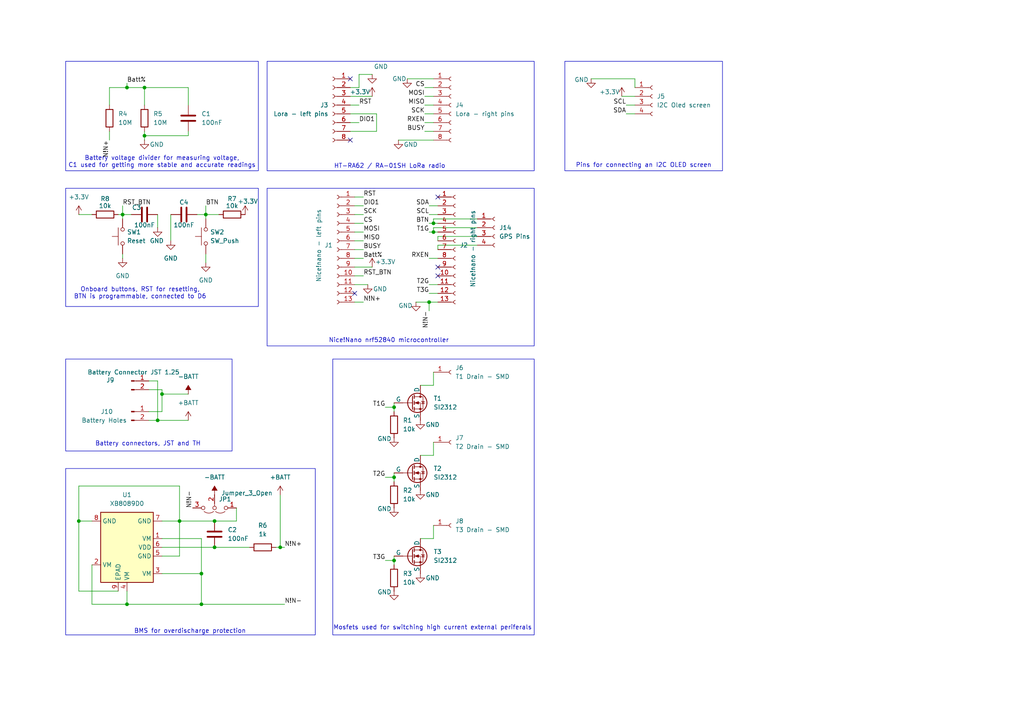
<source format=kicad_sch>
(kicad_sch (version 20250114) (generator "eeschema") (generator_version "9.0")
  (paper "A4")
  (title_block (title "fakeTec v5") (date "2025-03-19") (rev "2"))
  (lib_symbols
    (symbol "Connector:Conn_01x01_Socket" (pin_names (offset 1.016) (hide yes))
      (property "Reference" "J" (at 0 2.54 0))
      (property "Value" "Conn_01x01_Socket" (at 0 -2.54 0))
      (symbol "Conn_01x01_Socket_1_1"
        (polyline (pts (xy -1.27 0) (xy -0.508 0)) (stroke (width 0.1524)))
        (arc (start 0 -0.508) (mid -0.5058 0) (end 0 0.508) (stroke (width 0.1524)))
        (pin passive line (at -5.08 0 0) (length 3.81) (name "Pin_1") (number "1"))
      )
    )
    (symbol "Connector:Conn_01x02_Pin" (pin_names (offset 1.016) (hide yes))
      (property "Reference" "J" (at 0 2.54 0))
      (property "Value" "Conn_01x02_Pin" (at 0 -5.08 0))
      (symbol "Conn_01x02_Pin_1_1"
        (rectangle (start 0.8636 0.127) (end 0 -0.127) (stroke (width 0.1524)) (fill (type outline)))
        (rectangle (start 0.8636 -2.413) (end 0 -2.667) (stroke (width 0.1524)) (fill (type outline)))
        (polyline (pts (xy 1.27 0) (xy 0.8636 0)) (stroke (width 0.1524)))
        (polyline (pts (xy 1.27 -2.54) (xy 0.8636 -2.54)) (stroke (width 0.1524)))
        (pin passive line (at 5.08 0 180) (length 3.81) (name "Pin_1") (number "1"))
        (pin passive line (at 5.08 -2.54 180) (length 3.81) (name "Pin_2") (number "2"))
      )
    )
    (symbol "Connector:Conn_01x04_Socket" (pin_names (offset 1.016) (hide yes))
      (property "Reference" "J" (at 0 5.08 0))
      (property "Value" "Conn_01x04_Socket" (at 0 -7.62 0))
      (symbol "Conn_01x04_Socket_1_1"
        (polyline (pts (xy -1.27 2.54) (xy -0.508 2.54)) (stroke (width 0.1524)))
        (polyline (pts (xy -1.27 0) (xy -0.508 0)) (stroke (width 0.1524)))
        (polyline (pts (xy -1.27 -2.54) (xy -0.508 -2.54)) (stroke (width 0.1524)))
        (polyline (pts (xy -1.27 -5.08) (xy -0.508 -5.08)) (stroke (width 0.1524)))
        (arc (start 0 2.032) (mid -0.5058 2.54) (end 0 3.048) (stroke (width 0.1524)))
        (arc (start 0 -0.508) (mid -0.5058 0) (end 0 0.508) (stroke (width 0.1524)))
        (arc (start 0 -3.048) (mid -0.5058 -2.54) (end 0 -2.032) (stroke (width 0.1524)))
        (arc (start 0 -5.588) (mid -0.5058 -5.08) (end 0 -4.572) (stroke (width 0.1524)))
        (pin passive line (at -5.08 2.54 0) (length 3.81) (name "Pin_1") (number "1"))
        (pin passive line (at -5.08 0 0) (length 3.81) (name "Pin_2") (number "2"))
        (pin passive line (at -5.08 -2.54 0) (length 3.81) (name "Pin_3") (number "3"))
        (pin passive line (at -5.08 -5.08 0) (length 3.81) (name "Pin_4") (number "4"))
      )
    )
    (symbol "Connector:Conn_01x08_Socket" (pin_names (offset 1.016) (hide yes))
      (property "Reference" "J" (at 0 10.16 0))
      (property "Value" "Conn_01x08_Socket" (at 0 -12.7 0))
      (symbol "Conn_01x08_Socket_1_1"
        (polyline (pts (xy -1.27 7.62) (xy -0.508 7.62)) (stroke (width 0.1524)))
        (polyline (pts (xy -1.27 5.08) (xy -0.508 5.08)) (stroke (width 0.1524)))
        (polyline (pts (xy -1.27 2.54) (xy -0.508 2.54)) (stroke (width 0.1524)))
        (polyline (pts (xy -1.27 0) (xy -0.508 0)) (stroke (width 0.1524)))
        (polyline (pts (xy -1.27 -2.54) (xy -0.508 -2.54)) (stroke (width 0.1524)))
        (polyline (pts (xy -1.27 -5.08) (xy -0.508 -5.08)) (stroke (width 0.1524)))
        (polyline (pts (xy -1.27 -7.62) (xy -0.508 -7.62)) (stroke (width 0.1524)))
        (polyline (pts (xy -1.27 -10.16) (xy -0.508 -10.16)) (stroke (width 0.1524)))
        (arc (start 0 7.112) (mid -0.5058 7.62) (end 0 8.128) (stroke (width 0.1524)))
        (arc (start 0 4.572) (mid -0.5058 5.08) (end 0 5.588) (stroke (width 0.1524)))
        (arc (start 0 2.032) (mid -0.5058 2.54) (end 0 3.048) (stroke (width 0.1524)))
        (arc (start 0 -0.508) (mid -0.5058 0) (end 0 0.508) (stroke (width 0.1524)))
        (arc (start 0 -3.048) (mid -0.5058 -2.54) (end 0 -2.032) (stroke (width 0.1524)))
        (arc (start 0 -5.588) (mid -0.5058 -5.08) (end 0 -4.572) (stroke (width 0.1524)))
        (arc (start 0 -8.128) (mid -0.5058 -7.62) (end 0 -7.112) (stroke (width 0.1524)))
        (arc (start 0 -10.668) (mid -0.5058 -10.16) (end 0 -9.652) (stroke (width 0.1524)))
        (pin passive line (at -5.08 7.62 0) (length 3.81) (name "Pin_1") (number "1"))
        (pin passive line (at -5.08 5.08 0) (length 3.81) (name "Pin_2") (number "2"))
        (pin passive line (at -5.08 2.54 0) (length 3.81) (name "Pin_3") (number "3"))
        (pin passive line (at -5.08 0 0) (length 3.81) (name "Pin_4") (number "4"))
        (pin passive line (at -5.08 -2.54 0) (length 3.81) (name "Pin_5") (number "5"))
        (pin passive line (at -5.08 -5.08 0) (length 3.81) (name "Pin_6") (number "6"))
        (pin passive line (at -5.08 -7.62 0) (length 3.81) (name "Pin_7") (number "7"))
        (pin passive line (at -5.08 -10.16 0) (length 3.81) (name "Pin_8") (number "8"))
      )
    )
    (symbol "Connector:Conn_01x13_Socket" (pin_names (offset 1.016) (hide yes))
      (property "Reference" "J" (at 0 17.78 0))
      (property "Value" "Conn_01x13_Socket" (at 0 -17.78 0))
      (symbol "Conn_01x13_Socket_1_1"
        (polyline (pts (xy -1.27 15.24) (xy -0.508 15.24)) (stroke (width 0.1524)))
        (polyline (pts (xy -1.27 12.7) (xy -0.508 12.7)) (stroke (width 0.1524)))
        (polyline (pts (xy -1.27 10.16) (xy -0.508 10.16)) (stroke (width 0.1524)))
        (polyline (pts (xy -1.27 7.62) (xy -0.508 7.62)) (stroke (width 0.1524)))
        (polyline (pts (xy -1.27 5.08) (xy -0.508 5.08)) (stroke (width 0.1524)))
        (polyline (pts (xy -1.27 2.54) (xy -0.508 2.54)) (stroke (width 0.1524)))
        (polyline (pts (xy -1.27 0) (xy -0.508 0)) (stroke (width 0.1524)))
        (polyline (pts (xy -1.27 -2.54) (xy -0.508 -2.54)) (stroke (width 0.1524)))
        (polyline (pts (xy -1.27 -5.08) (xy -0.508 -5.08)) (stroke (width 0.1524)))
        (polyline (pts (xy -1.27 -7.62) (xy -0.508 -7.62)) (stroke (width 0.1524)))
        (polyline (pts (xy -1.27 -10.16) (xy -0.508 -10.16)) (stroke (width 0.1524)))
        (polyline (pts (xy -1.27 -12.7) (xy -0.508 -12.7)) (stroke (width 0.1524)))
        (polyline (pts (xy -1.27 -15.24) (xy -0.508 -15.24)) (stroke (width 0.1524)))
        (arc (start 0 14.732) (mid -0.5058 15.24) (end 0 15.748) (stroke (width 0.1524)))
        (arc (start 0 12.192) (mid -0.5058 12.7) (end 0 13.208) (stroke (width 0.1524)))
        (arc (start 0 9.652) (mid -0.5058 10.16) (end 0 10.668) (stroke (width 0.1524)))
        (arc (start 0 7.112) (mid -0.5058 7.62) (end 0 8.128) (stroke (width 0.1524)))
        (arc (start 0 4.572) (mid -0.5058 5.08) (end 0 5.588) (stroke (width 0.1524)))
        (arc (start 0 2.032) (mid -0.5058 2.54) (end 0 3.048) (stroke (width 0.1524)))
        (arc (start 0 -0.508) (mid -0.5058 0) (end 0 0.508) (stroke (width 0.1524)))
        (arc (start 0 -3.048) (mid -0.5058 -2.54) (end 0 -2.032) (stroke (width 0.1524)))
        (arc (start 0 -5.588) (mid -0.5058 -5.08) (end 0 -4.572) (stroke (width 0.1524)))
        (arc (start 0 -8.128) (mid -0.5058 -7.62) (end 0 -7.112) (stroke (width 0.1524)))
        (arc (start 0 -10.668) (mid -0.5058 -10.16) (end 0 -9.652) (stroke (width 0.1524)))
        (arc (start 0 -13.208) (mid -0.5058 -12.7) (end 0 -12.192) (stroke (width 0.1524)))
        (arc (start 0 -15.748) (mid -0.5058 -15.24) (end 0 -14.732) (stroke (width 0.1524)))
        (pin passive line (at -5.08 15.24 0) (length 3.81) (name "Pin_1") (number "1"))
        (pin passive line (at -5.08 12.7 0) (length 3.81) (name "Pin_2") (number "2"))
        (pin passive line (at -5.08 10.16 0) (length 3.81) (name "Pin_3") (number "3"))
        (pin passive line (at -5.08 7.62 0) (length 3.81) (name "Pin_4") (number "4"))
        (pin passive line (at -5.08 5.08 0) (length 3.81) (name "Pin_5") (number "5"))
        (pin passive line (at -5.08 2.54 0) (length 3.81) (name "Pin_6") (number "6"))
        (pin passive line (at -5.08 0 0) (length 3.81) (name "Pin_7") (number "7"))
        (pin passive line (at -5.08 -2.54 0) (length 3.81) (name "Pin_8") (number "8"))
        (pin passive line (at -5.08 -5.08 0) (length 3.81) (name "Pin_9") (number "9"))
        (pin passive line (at -5.08 -7.62 0) (length 3.81) (name "Pin_10") (number "10"))
        (pin passive line (at -5.08 -10.16 0) (length 3.81) (name "Pin_11") (number "11"))
        (pin passive line (at -5.08 -12.7 0) (length 3.81) (name "Pin_12") (number "12"))
        (pin passive line (at -5.08 -15.24 0) (length 3.81) (name "Pin_13") (number "13"))
      )
    )
    (symbol "Device:C" (pin_numbers (hide yes)) (pin_names (offset 0.254))
      (property "Reference" "C" (at 0.635 2.54 0))
      (property "Value" "C" (at 0.635 -2.54 0))
      (symbol "C_0_1"
        (polyline (pts (xy -2.032 0.762) (xy 2.032 0.762)) (stroke (width 0.508)))
        (polyline (pts (xy -2.032 -0.762) (xy 2.032 -0.762)) (stroke (width 0.508)))
      )
      (symbol "C_1_1"
        (pin passive line (at 0 3.81 270) (length 2.794) (name "~") (number "1"))
        (pin passive line (at 0 -3.81 90) (length 2.794) (name "~") (number "2"))
      )
    )
    (symbol "Device:R" (pin_numbers (hide yes)) (pin_names (offset 0))
      (property "Reference" "R" (at 2.032 0 90))
      (property "Value" "R" (at 0 0 90))
      (symbol "R_0_1"
        (rectangle (start -1.016 -2.54) (end 1.016 2.54) (stroke (width 0.254)))
      )
      (symbol "R_1_1"
        (pin passive line (at 0 3.81 270) (length 1.27) (name "~") (number "1"))
        (pin passive line (at 0 -3.81 90) (length 1.27) (name "~") (number "2"))
      )
    )
    (symbol "Jumper:Jumper_3_Open" (pin_names (offset 0) (hide yes)) (exclude_from_sim yes) (in_bom no)
      (property "Reference" "JP" (at -2.54 -2.54 0))
      (property "Value" "Jumper_3_Open" (at 0 2.794 0))
      (symbol "Jumper_3_Open_0_0"
        (circle (center -3.302 0) (radius 0.508))
        (circle (center 0 0) (radius 0.508))
        (circle (center 3.302 0) (radius 0.508))
      )
      (symbol "Jumper_3_Open_0_1"
        (arc (start -3.048 1.016) (mid -1.651 1.4992) (end -0.254 1.016))
        (polyline (pts (xy 0 -0.508) (xy 0 -1.27)))
        (arc (start 0.254 1.016) (mid 1.651 1.4992) (end 3.048 1.016))
      )
      (symbol "Jumper_3_Open_1_1"
        (pin passive line (at -6.35 0 0) (length 2.54) (name "A") (number "1"))
        (pin passive line (at 0 -3.81 90) (length 2.54) (name "C") (number "2"))
        (pin passive line (at 6.35 0 180) (length 2.54) (name "B") (number "3"))
      )
    )
    (symbol "Regulator_Switching:LM25085MY"
      (property "Reference" "U1" (at 0 15.24 0))
      (property "Value" "XB8089D0" (at 0 12.7 0))
      (symbol "LM25085MY_0_1"
        (rectangle (start -7.62 10.16) (end 7.62 -10.16) (stroke (width 0.254)) (fill (type background)))
      )
      (symbol "LM25085MY_1_1"
        (pin passive line (at -10.16 7.62 0) (length 2.54) (name "GND") (number "8"))
        (pin bidirectional line (at -10.16 -5.08 0) (length 2.54) (name "VM") (number "2"))
        (pin passive line (at -2.54 -12.7 90) (length 2.54) (name "EPAD") (number "9"))
        (pin bidirectional line (at 0 -12.7 90) (length 2.54) (name "VM") (number "4"))
        (pin passive line (at 10.16 7.62 180) (length 2.54) (name "GND") (number "7"))
        (pin bidirectional line (at 10.16 2.54 180) (length 2.54) (name "VM") (number "1"))
        (pin power_in line (at 10.16 0 180) (length 2.54) (name "VDD") (number "6"))
        (pin passive line (at 10.16 -2.54 180) (length 2.54) (name "GND") (number "5"))
        (pin bidirectional line (at 10.16 -7.62 180) (length 2.54) (name "VM") (number "3"))
      )
    )
    (symbol "Simulation_SPICE:NMOS" (pin_numbers (hide yes)) (pin_names (offset 0))
      (property "Reference" "Q" (at 5.08 1.27 0))
      (property "Value" "NMOS" (at 5.08 -1.27 0))
      (symbol "NMOS_0_1"
        (polyline (pts (xy 0.254 1.905) (xy 0.254 -1.905)) (stroke (width 0.254)))
        (polyline (pts (xy 0.254 0) (xy -2.54 0)))
        (polyline (pts (xy 0.762 2.286) (xy 0.762 1.27)) (stroke (width 0.254)))
        (polyline (pts (xy 0.762 0.508) (xy 0.762 -0.508)) (stroke (width 0.254)))
        (polyline (pts (xy 0.762 -1.27) (xy 0.762 -2.286)) (stroke (width 0.254)))
        (polyline (pts (xy 0.762 -1.778) (xy 3.302 -1.778) (xy 3.302 1.778) (xy 0.762 1.778)))
        (polyline (pts (xy 1.016 0) (xy 2.032 0.381) (xy 2.032 -0.381) (xy 1.016 0)) (fill (type outline)))
        (circle (center 1.651 0) (radius 2.794) (stroke (width 0.254)))
        (polyline (pts (xy 2.54 2.54) (xy 2.54 1.778)))
        (circle (center 2.54 1.778) (radius 0.254) (fill (type outline)))
        (circle (center 2.54 -1.778) (radius 0.254) (fill (type outline)))
        (polyline (pts (xy 2.54 -2.54) (xy 2.54 0) (xy 0.762 0)))
        (polyline (pts (xy 2.794 0.508) (xy 2.921 0.381) (xy 3.683 0.381) (xy 3.81 0.254)))
        (polyline (pts (xy 3.302 0.381) (xy 2.921 -0.254) (xy 3.683 -0.254) (xy 3.302 0.381)))
      )
      (symbol "NMOS_1_1"
        (pin input line (at -5.08 0 0) (length 2.54) (name "G") (number "2"))
        (pin passive line (at 2.54 5.08 270) (length 2.54) (name "D") (number "1"))
        (pin passive line (at 2.54 -5.08 90) (length 2.54) (name "S") (number "3"))
      )
    )
    (symbol "Switch:SW_Push" (pin_numbers (hide yes)) (pin_names (offset 1.016) (hide yes))
      (property "Reference" "SW" (at 1.27 2.54 0))
      (property "Value" "SW_Push" (at 0 -1.524 0))
      (symbol "SW_Push_0_1"
        (circle (center -2.032 0) (radius 0.508))
        (polyline (pts (xy 0 1.27) (xy 0 3.048)))
        (circle (center 2.032 0) (radius 0.508))
        (polyline (pts (xy 2.54 1.27) (xy -2.54 1.27)))
        (pin passive line (at -5.08 0 0) (length 2.54) (name "1") (number "1"))
        (pin passive line (at 5.08 0 180) (length 2.54) (name "2") (number "2"))
      )
    )
    (symbol "power:+3.3V" (power) (pin_numbers (hide yes)) (pin_names (offset 0) (hide yes))
      (property "Value" "+3.3V" (at 0 3.556 0))
      (symbol "+3.3V_0_1"
        (polyline (pts (xy -0.762 1.27) (xy 0 2.54)))
        (polyline (pts (xy 0 2.54) (xy 0.762 1.27)))
        (polyline (pts (xy 0 0) (xy 0 2.54)))
      )
      (symbol "+3.3V_1_1"
        (pin power_in line (at 0 0 90) (length 0) (name "~") (number "1"))
      )
    )
    (symbol "power:+BATT" (power) (pin_numbers (hide yes)) (pin_names (offset 0) (hide yes))
      (property "Value" "+BATT" (at 0 3.556 0))
      (symbol "+BATT_0_1"
        (polyline (pts (xy -0.762 1.27) (xy 0 2.54)))
        (polyline (pts (xy 0 2.54) (xy 0.762 1.27)))
        (polyline (pts (xy 0 0) (xy 0 2.54)))
      )
      (symbol "+BATT_1_1"
        (pin power_in line (at 0 0 90) (length 0) (name "~") (number "1"))
      )
    )
    (symbol "power:-BATT" (power) (pin_numbers (hide yes)) (pin_names (offset 0) (hide yes))
      (property "Value" "-BATT" (at 0 3.556 0))
      (symbol "-BATT_0_1"
        (polyline (pts (xy 0 0) (xy 0 2.54)))
        (polyline (pts (xy 0.762 1.27) (xy -0.762 1.27) (xy 0 2.54) (xy 0.762 1.27)) (fill (type outline)))
      )
      (symbol "-BATT_1_1"
        (pin power_in line (at 0 0 90) (length 0) (name "~") (number "1"))
      )
    )
    (symbol "power:GND" (power) (pin_numbers (hide yes)) (pin_names (offset 0) (hide yes))
      (property "Value" "GND" (at 0 -3.81 0))
      (symbol "GND_0_1"
        (polyline (pts (xy 0 0) (xy 0 -1.27) (xy 1.27 -1.27) (xy 0 -2.54) (xy -1.27 -1.27) (xy 0 -1.27)))
      )
      (symbol "GND_1_1"
        (pin power_in line (at 0 0 270) (length 0) (name "~") (number "1"))
      )
    )
  )
  (rectangle (start 19.05 17.78) (end 74.93 49.53))
  (rectangle (start 163.83 17.78) (end 209.55 49.53))
  (rectangle (start 77.47 17.78) (end 154.94 49.53))
  (rectangle (start 19.05 54.61) (end 74.93 88.9))
  (rectangle (start 96.52 104.14) (end 154.94 184.15))
  (rectangle (start 19.05 104.14) (end 67.31 130.81))
  (rectangle (start 77.47 54.61) (end 154.94 100.33))
  (rectangle (start 19.05 135.89) (end 91.44 184.15))
  (text "Nice!Nano nrf52840 microcontroller\n" (at 112.776 98.806 0) (effects (font (size 1.27 1.27))))
  (text "Mosfets used for switching high current external periferals" (at 125.476 182.118 0) (effects (font (size 1.27 1.27))))
  (text "BMS for overdischarge protection" (at 55.118 183.134 0) (effects (font (size 1.27 1.27))))
  (text "Battery voltage divider for measuring voltage,\nC1 used for getting more stable and accurate readings" (at 46.99 46.99 0) (effects (font (size 1.27 1.27))))
  (text "HT-RA62 / RA-01SH LoRa radio" (at 113.03 48.26 0) (effects (font (size 1.27 1.27))))
  (text "Onboard buttons, RST for resetting,\nBTN is programmable, connected to D6\n\n" (at 40.64 86.106 0) (effects (font (size 1.27 1.27))))
  (text "Battery connectors, JST and TH\n\n" (at 42.926 129.794 0) (effects (font (size 1.27 1.27))))
  (text "Pins for connecting an I2C OLED screen\n" (at 186.69 48.006 0) (effects (font (size 1.27 1.27))))
  (junction (at 59.69 62.23))
  (junction (at 114.3 162.56))
  (junction (at 81.28 158.75))
  (junction (at 62.23 158.75))
  (junction (at 58.42 175.26))
  (junction (at 124.46 87.63))
  (junction (at 125.73 64.77))
  (junction (at 22.86 151.13))
  (junction (at 114.3 138.43))
  (junction (at 36.83 25.4))
  (junction (at 41.91 25.4))
  (junction (at 36.83 175.26))
  (junction (at 58.42 166.37))
  (junction (at 125.73 67.31))
  (junction (at 52.07 151.13))
  (junction (at 62.23 151.13))
  (junction (at 46.99 114.3))
  (junction (at 45.72 121.92))
  (junction (at 35.56 62.23))
  (junction (at 41.91 39.37))
  (junction (at 114.3 118.11))
  (no_connect (at 127 80.01))
  (no_connect (at 101.6 40.64))
  (no_connect (at 127 77.47))
  (no_connect (at 127 57.15))
  (no_connect (at 101.6 22.86))
  (no_connect (at 102.87 85.09))
  (wire (pts (xy 62.23 151.13) (xy 68.58 151.13)))
  (wire (pts (xy 54.61 30.48) (xy 54.61 25.4)))
  (wire (pts (xy 123.19 33.02) (xy 125.73 33.02)))
  (wire (pts (xy 35.56 59.69) (xy 35.56 62.23)))
  (wire (pts (xy 123.19 38.1) (xy 125.73 38.1)))
  (wire (pts (xy 102.87 82.55) (xy 106.68 82.55)))
  (wire (pts (xy 46.99 113.03) (xy 46.99 114.3)))
  (wire (pts (xy 34.29 171.45) (xy 22.86 171.45)))
  (wire (pts (xy 46.99 113.03) (xy 43.18 113.03)))
  (wire (pts (xy 81.28 158.75) (xy 82.55 158.75)))
  (wire (pts (xy 102.87 64.77) (xy 105.41 64.77)))
  (wire (pts (xy 102.87 59.69) (xy 105.41 59.69)))
  (wire (pts (xy 31.75 38.1) (xy 31.75 40.64)))
  (wire (pts (xy 46.99 161.29) (xy 52.07 161.29)))
  (wire (pts (xy 114.3 138.43) (xy 114.3 139.7)))
  (wire (pts (xy 41.91 39.37) (xy 54.61 39.37)))
  (wire (pts (xy 101.6 33.02) (xy 109.22 33.02)))
  (wire (pts (xy 46.99 151.13) (xy 52.07 151.13)))
  (wire (pts (xy 54.61 25.4) (xy 41.91 25.4)))
  (wire (pts (xy 125.73 67.31) (xy 125.73 66.04)))
  (wire (pts (xy 31.75 25.4) (xy 31.75 30.48)))
  (wire (pts (xy 52.07 161.29) (xy 52.07 151.13)))
  (wire (pts (xy 45.72 121.92) (xy 54.61 121.92)))
  (wire (pts (xy 114.3 116.84) (xy 114.3 118.11)))
  (wire (pts (xy 34.29 62.23) (xy 35.56 62.23)))
  (wire (pts (xy 184.15 22.86) (xy 184.15 25.4)))
  (wire (pts (xy 124.46 82.55) (xy 127 82.55)))
  (wire (pts (xy 68.58 147.32) (xy 68.58 151.13)))
  (wire (pts (xy 124.46 59.69) (xy 127 59.69)))
  (wire (pts (xy 127 68.58) (xy 138.43 68.58)))
  (wire (pts (xy 45.72 110.49) (xy 43.18 110.49)))
  (wire (pts (xy 101.6 25.4) (xy 104.14 25.4)))
  (wire (pts (xy 181.61 30.48) (xy 184.15 30.48)))
  (wire (pts (xy 102.87 67.31) (xy 105.41 67.31)))
  (wire (pts (xy 58.42 166.37) (xy 58.42 175.26)))
  (wire (pts (xy 109.22 33.02) (xy 109.22 38.1)))
  (wire (pts (xy 57.15 62.23) (xy 59.69 62.23)))
  (wire (pts (xy 125.73 63.5) (xy 138.43 63.5)))
  (wire (pts (xy 127 71.12) (xy 138.43 71.12)))
  (wire (pts (xy 46.99 166.37) (xy 58.42 166.37)))
  (wire (pts (xy 58.42 156.21) (xy 58.42 166.37)))
  (wire (pts (xy 35.56 62.23) (xy 35.56 63.5)))
  (wire (pts (xy 52.07 151.13) (xy 62.23 151.13)))
  (wire (pts (xy 124.46 62.23) (xy 127 62.23)))
  (wire (pts (xy 124.46 67.31) (xy 125.73 67.31)))
  (wire (pts (xy 124.46 64.77) (xy 125.73 64.77)))
  (wire (pts (xy 101.6 38.1) (xy 109.22 38.1)))
  (wire (pts (xy 26.67 163.83) (xy 26.67 175.26)))
  (wire (pts (xy 118.11 22.86) (xy 125.73 22.86)))
  (wire (pts (xy 59.69 62.23) (xy 59.69 63.5)))
  (wire (pts (xy 102.87 87.63) (xy 105.41 87.63)))
  (wire (pts (xy 41.91 30.48) (xy 41.91 25.4)))
  (wire (pts (xy 115.57 40.64) (xy 125.73 40.64)))
  (wire (pts (xy 59.69 73.66) (xy 59.69 76.2)))
  (wire (pts (xy 180.34 27.94) (xy 184.15 27.94)))
  (wire (pts (xy 102.87 69.85) (xy 105.41 69.85)))
  (wire (pts (xy 124.46 87.63) (xy 124.46 90.17)))
  (wire (pts (xy 46.99 158.75) (xy 62.23 158.75)))
  (wire (pts (xy 49.53 62.23) (xy 49.53 69.85)))
  (wire (pts (xy 125.73 128.27) (xy 125.73 132.08)))
  (wire (pts (xy 36.83 171.45) (xy 36.83 175.26)))
  (wire (pts (xy 102.87 62.23) (xy 105.41 62.23)))
  (wire (pts (xy 43.18 121.92) (xy 45.72 121.92)))
  (wire (pts (xy 62.23 158.75) (xy 72.39 158.75)))
  (wire (pts (xy 54.61 38.1) (xy 54.61 39.37)))
  (wire (pts (xy 114.3 137.16) (xy 114.3 138.43)))
  (wire (pts (xy 58.42 175.26) (xy 82.55 175.26)))
  (wire (pts (xy 114.3 162.56) (xy 114.3 163.83)))
  (wire (pts (xy 123.19 30.48) (xy 125.73 30.48)))
  (wire (pts (xy 102.87 80.01) (xy 105.41 80.01)))
  (wire (pts (xy 31.75 25.4) (xy 36.83 25.4)))
  (wire (pts (xy 46.99 114.3) (xy 54.61 114.3)))
  (wire (pts (xy 59.69 59.69) (xy 59.69 62.23)))
  (wire (pts (xy 26.67 175.26) (xy 36.83 175.26)))
  (wire (pts (xy 43.18 119.38) (xy 46.99 119.38)))
  (wire (pts (xy 104.14 30.48) (xy 101.6 30.48)))
  (wire (pts (xy 114.3 161.29) (xy 114.3 162.56)))
  (wire (pts (xy 22.86 140.97) (xy 52.07 140.97)))
  (wire (pts (xy 36.83 24.13) (xy 36.83 25.4)))
  (wire (pts (xy 102.87 72.39) (xy 105.41 72.39)))
  (wire (pts (xy 123.19 27.94) (xy 125.73 27.94)))
  (wire (pts (xy 123.19 25.4) (xy 125.73 25.4)))
  (wire (pts (xy 124.46 85.09) (xy 127 85.09)))
  (wire (pts (xy 102.87 74.93) (xy 105.41 74.93)))
  (wire (pts (xy 125.73 64.77) (xy 127 64.77)))
  (wire (pts (xy 171.45 22.86) (xy 184.15 22.86)))
  (wire (pts (xy 80.01 158.75) (xy 81.28 158.75)))
  (wire (pts (xy 59.69 62.23) (xy 63.5 62.23)))
  (wire (pts (xy 46.99 119.38) (xy 46.99 114.3)))
  (wire (pts (xy 41.91 38.1) (xy 41.91 39.37)))
  (wire (pts (xy 102.87 77.47) (xy 107.95 77.47)))
  (wire (pts (xy 41.91 39.37) (xy 41.91 40.64)))
  (wire (pts (xy 46.99 156.21) (xy 58.42 156.21)))
  (wire (pts (xy 125.73 156.21) (xy 121.92 156.21)))
  (wire (pts (xy 125.73 107.95) (xy 125.73 111.76)))
  (wire (pts (xy 125.73 67.31) (xy 127 67.31)))
  (wire (pts (xy 36.83 175.26) (xy 58.42 175.26)))
  (wire (pts (xy 125.73 132.08) (xy 121.92 132.08)))
  (wire (pts (xy 127 69.85) (xy 127 68.58)))
  (wire (pts (xy 22.86 171.45) (xy 22.86 151.13)))
  (wire (pts (xy 36.83 25.4) (xy 41.91 25.4)))
  (wire (pts (xy 22.86 62.23) (xy 26.67 62.23)))
  (wire (pts (xy 45.72 110.49) (xy 45.72 121.92)))
  (wire (pts (xy 111.76 138.43) (xy 114.3 138.43)))
  (wire (pts (xy 45.72 62.23) (xy 45.72 66.04)))
  (wire (pts (xy 102.87 57.15) (xy 105.41 57.15)))
  (wire (pts (xy 114.3 118.11) (xy 114.3 119.38)))
  (wire (pts (xy 101.6 27.94) (xy 107.95 27.94)))
  (wire (pts (xy 81.28 143.51) (xy 81.28 158.75)))
  (wire (pts (xy 26.67 151.13) (xy 22.86 151.13)))
  (wire (pts (xy 107.95 21.59) (xy 104.14 21.59)))
  (wire (pts (xy 35.56 62.23) (xy 38.1 62.23)))
  (wire (pts (xy 125.73 111.76) (xy 121.92 111.76)))
  (wire (pts (xy 104.14 21.59) (xy 104.14 25.4)))
  (wire (pts (xy 111.76 118.11) (xy 114.3 118.11)))
  (wire (pts (xy 125.73 64.77) (xy 125.73 63.5)))
  (wire (pts (xy 120.65 87.63) (xy 124.46 87.63)))
  (wire (pts (xy 181.61 33.02) (xy 184.15 33.02)))
  (wire (pts (xy 127 72.39) (xy 127 71.12)))
  (wire (pts (xy 35.56 73.66) (xy 35.56 74.93)))
  (wire (pts (xy 124.46 74.93) (xy 127 74.93)))
  (wire (pts (xy 52.07 140.97) (xy 52.07 151.13)))
  (wire (pts (xy 124.46 87.63) (xy 127 87.63)))
  (wire (pts (xy 22.86 151.13) (xy 22.86 140.97)))
  (wire (pts (xy 101.6 35.56) (xy 104.14 35.56)))
  (wire (pts (xy 111.76 162.56) (xy 114.3 162.56)))
  (wire (pts (xy 123.19 35.56) (xy 125.73 35.56)))
  (wire (pts (xy 125.73 152.4) (xy 125.73 156.21)))
  (wire (pts (xy 125.73 66.04) (xy 138.43 66.04)))
  (label "RST_BTN" (at 35.56 59.69 0))
  (label "T2G" (at 111.76 138.43 180))
  (label "SCK" (at 123.19 33.02 180))
  (label "N!N-" (at 82.55 175.26 0))
  (label "T1G" (at 111.76 118.11 180))
  (label "BTN" (at 124.46 64.77 180))
  (label "T3G" (at 111.76 162.56 180))
  (label "RST" (at 104.14 30.48 0))
  (label "Batt%" (at 36.83 24.13 0))
  (label "N!N+" (at 31.75 40.64 270))
  (label "CS" (at 123.19 25.4 180))
  (label "Batt%" (at 105.41 74.93 0))
  (label "DIO1" (at 104.14 35.56 0))
  (label "N!N-" (at 55.88 147.32 90))
  (label "DIO1" (at 105.41 59.69 0))
  (label "RXEN" (at 124.46 74.93 180))
  (label "SCL" (at 124.46 62.23 180))
  (label "N!N+" (at 105.41 87.63 0))
  (label "SDA" (at 181.61 33.02 180))
  (label "BUSY" (at 123.19 38.1 180))
  (label "CS" (at 105.41 64.77 0))
  (label "RXEN" (at 123.19 35.56 180))
  (label "MISO" (at 105.41 69.85 0))
  (label "T2G" (at 124.46 82.55 180))
  (label "T3G" (at 124.46 85.09 180))
  (label "SCK" (at 105.41 62.23 0))
  (label "N!N+" (at 82.55 158.75 0))
  (label "RST_BTN" (at 105.41 80.01 0))
  (label "MISO" (at 123.19 30.48 180))
  (label "SDA" (at 124.46 59.69 180))
  (label "BUSY" (at 105.41 72.39 0))
  (label "N!N-" (at 124.46 90.17 270))
  (label "T1G" (at 124.46 67.31 180))
  (label "SCL" (at 181.61 30.48 180))
  (label "RST" (at 105.41 57.15 0))
  (label "MOSI" (at 123.19 27.94 180))
  (label "MOSI" (at 105.41 67.31 0))
  (label "BTN" (at 59.69 59.69 0))
  (symbol (lib_id "power:GND") (at 171.45 22.86 0) (unit 1)
    (property "Reference" "#PWR02" (effects (hide yes)))
    (property "Value" "GND" (at 168.656 23.114 0))
    (property "Description" "Power symbol creates a global label with name \"GND\" , ground" (effects (hide yes)))
  )
  (symbol (lib_id "Simulation_SPICE:NMOS") (at 119.38 161.29 0) (unit 1)
    (property "Reference" "T3" (at 125.73 160.0199 0) (effects (justify left)))
    (property "Value" "SI2312" (at 125.73 162.5599 0) (effects (justify left)))
    (property "Footprint" "SMD_PAD:TSOT-23_HandSoldering_Updated" (effects (hide yes)))
    (property "Datasheet" "https://ngspice.sourceforge.io/docs/ngspice-html-manual/manual.xhtml#cha_MOSFETs" (effects (hide yes)))
    (property "Description" "N-MOSFET transistor, drain/source/gate" (effects (hide yes)))
    (property "Sim.Device" "NMOS" (effects (hide yes)))
    (property "Sim.Type" "VDMOS" (effects (hide yes)))
    (property "Sim.Pins" "1=D 2=G 3=S" (effects (hide yes)))
  )
  (symbol (lib_id "power:GND") (at 114.3 147.32 0) (unit 1)
    (property "Reference" "#PWR012" (effects (hide yes)))
    (property "Value" "GND" (at 111.506 147.574 0))
    (property "Description" "Power symbol creates a global label with name \"GND\" , ground" (effects (hide yes)))
  )
  (symbol (lib_id "power:GND") (at 59.69 76.2 0) (unit 1)
    (property "Reference" "#PWR04" (effects (hide yes)))
    (property "Value" "GND" (at 59.69 81.28 0))
    (property "Description" "Power symbol creates a global label with name \"GND\" , ground" (effects (hide yes)))
  )
  (symbol (lib_id "power:GND") (at 41.91 40.64 0) (unit 1)
    (property "Reference" "#PWR017" (effects (hide yes)))
    (property "Value" "GND" (at 45.466 41.91 0))
    (property "Description" "Power symbol creates a global label with name \"GND\" , ground" (effects (hide yes)))
  )
  (symbol (lib_id "power:GND") (at 35.56 74.93 0) (unit 1)
    (property "Reference" "#PWR03" (effects (hide yes)))
    (property "Value" "GND" (at 35.56 80.01 0))
    (property "Description" "Power symbol creates a global label with name \"GND\" , ground" (effects (hide yes)))
  )
  (symbol (lib_id "power:-BATT") (at 54.61 114.3 0) (unit 1)
    (property "Reference" "#PWR020" (effects (hide yes)))
    (property "Value" "-BATT" (at 54.61 109.22 0))
    (property "Description" "Power symbol creates a global label with name \"-BATT\"" (effects (hide yes)))
  )
  (symbol (lib_id "Device:R") (at 76.2 158.75 90) (unit 1)
    (property "Reference" "R6" (at 76.2 152.4 90))
    (property "Value" "1k" (at 76.2 154.94 90))
    (property "Footprint" "Resistor_SMD:R_1206_3216Metric_Pad1.30x1.75mm_HandSolder" (effects (hide yes)))
    (property "Description" "Resistor" (effects (hide yes)))
  )
  (symbol (lib_id "Device:R") (at 41.91 34.29 0) (unit 1)
    (property "Reference" "R5" (at 44.45 33.0199 0) (effects (justify left)))
    (property "Value" "10M" (at 44.45 35.5599 0) (effects (justify left)))
    (property "Footprint" "Resistor_SMD:R_1206_3216Metric_Pad1.30x1.75mm_HandSolder" (effects (hide yes)))
    (property "Description" "Resistor" (effects (hide yes)))
  )
  (symbol (lib_id "Device:C") (at 54.61 34.29 0) (unit 1)
    (property "Reference" "C1" (at 58.42 33.0199 0) (effects (justify left)))
    (property "Value" "100nF" (at 58.42 35.5599 0) (effects (justify left)))
    (property "Footprint" "Capacitor_SMD:C_1206_3216Metric_Pad1.33x1.80mm_HandSolder" (effects (hide yes)))
    (property "Description" "Unpolarized capacitor" (effects (hide yes)))
  )
  (symbol (lib_id "power:GND") (at 121.92 142.24 0) (unit 1)
    (property "Reference" "#PWR015" (effects (hide yes)))
    (property "Value" "GND" (at 125.476 143.51 0))
    (property "Description" "Power symbol creates a global label with name \"GND\" , ground" (effects (hide yes)))
  )
  (symbol (lib_id "power:GND") (at 115.57 40.64 0) (unit 1)
    (property "Reference" "#PWR05" (effects (hide yes)))
    (property "Value" "GND" (at 119.126 41.91 0))
    (property "Description" "Power symbol creates a global label with name \"GND\" , ground" (effects (hide yes)))
  )
  (symbol (lib_id "power:+3.3V") (at 22.86 62.23 0) (unit 1)
    (property "Reference" "#PWR023" (effects (hide yes)))
    (property "Value" "+3.3V" (at 22.86 57.15 0))
    (property "Description" "Power symbol creates a global label with name \"+3.3V\"" (effects (hide yes)))
  )
  (symbol (lib_id "power:+3.3V") (at 71.12 62.23 0) (unit 1)
    (property "Reference" "#PWR024" (effects (hide yes)))
    (property "Value" "+3.3V" (at 71.882 58.42 0))
    (property "Description" "Power symbol creates a global label with name \"+3.3V\"" (effects (hide yes)))
  )
  (symbol (lib_id "Connector:Conn_01x01_Socket") (at 130.81 152.4 0) (unit 1)
    (property "Reference" "J8" (at 132.08 151.1299 0) (effects (justify left)))
    (property "Value" "T3 Drain - SMD" (at 132.08 153.6699 0) (effects (justify left)))
    (property "Footprint" "SMD_PAD:SMD_PAD_1x1" (effects (hide yes)))
    (property "Description" "Generic connector, single row, 01x01, script generated" (effects (hide yes)))
  )
  (symbol (lib_id "power:GND") (at 106.68 82.55 0) (unit 1)
    (property "Reference" "#PWR09" (effects (hide yes)))
    (property "Value" "GND" (at 110.236 83.82 0))
    (property "Description" "Power symbol creates a global label with name \"GND\" , ground" (effects (hide yes)))
  )
  (symbol (lib_id "Regulator_Switching:LM25085MY") (at 36.83 158.75 0) (unit 1)
    (property "Reference" "U1" (at 36.83 143.51 0))
    (property "Value" "XB8089D0" (at 36.83 146.05 0))
    (property "Footprint" "Package_SO:SOIC-8-1EP_3.9x4.9mm_P1.27mm_EP2.41x3.3mm" (effects (hide yes)))
    (property "Datasheet" "https://www.lcsc.com/datasheet/lcsc_datasheet_2410121637_XySemi-XB8089D0_C2760005.pdf" (effects (hide yes)))
    (property "Description" "2.9V~6V Lithium-ion/Polymer 1 SOP-8-EP Battery Management ROHS" (effects (hide yes)))
  )
  (symbol (lib_id "Device:R") (at 31.75 34.29 0) (unit 1)
    (property "Reference" "R4" (at 34.29 33.0199 0) (effects (justify left)))
    (property "Value" "10M" (at 34.29 35.5599 0) (effects (justify left)))
    (property "Footprint" "Resistor_SMD:R_1206_3216Metric_Pad1.30x1.75mm_HandSolder" (effects (hide yes)))
    (property "Description" "Resistor" (effects (hide yes)))
  )
  (symbol (lib_id "Device:R") (at 114.3 167.64 180) (unit 1)
    (property "Reference" "R3" (at 116.84 166.3699 0) (effects (justify right)))
    (property "Value" "10k" (at 116.84 168.9099 0) (effects (justify right)))
    (property "Footprint" "Resistor_SMD:R_1206_3216Metric_Pad1.30x1.75mm_HandSolder" (effects (hide yes)))
    (property "Description" "Resistor" (effects (hide yes)))
  )
  (symbol (lib_id "Switch:SW_Push") (at 59.69 68.58 90) (unit 1)
    (property "Reference" "SW2" (at 60.96 67.3099 90) (effects (justify right)))
    (property "Value" "SW_Push" (at 60.96 69.8499 90) (effects (justify right)))
    (property "Footprint" "Button_Switch_SMD:SW_Push_SPST_NO_Alps_SKRK" (effects (hide yes)))
    (property "Description" "Push button switch, generic, two pins" (effects (hide yes)))
  )
  (symbol (lib_id "Connector:Conn_01x01_Socket") (at 130.81 107.95 0) (unit 1)
    (property "Reference" "J6" (at 132.08 106.6799 0) (effects (justify left)))
    (property "Value" "T1 Drain - SMD" (at 132.08 109.2199 0) (effects (justify left)))
    (property "Footprint" "SMD_PAD:SMD_PAD_1x1" (effects (hide yes)))
    (property "Description" "Generic connector, single row, 01x01, script generated" (effects (hide yes)))
  )
  (symbol (lib_id "Device:R") (at 30.48 62.23 90) (unit 1)
    (property "Reference" "R8" (at 30.48 57.658 90))
    (property "Value" "10k" (at 30.48 59.69 90))
    (property "Footprint" "Resistor_SMD:R_1206_3216Metric_Pad1.30x1.75mm_HandSolder" (effects (hide yes)))
    (property "Description" "Resistor" (effects (hide yes)))
  )
  (symbol (lib_id "Device:C") (at 53.34 62.23 90) (unit 1)
    (property "Reference" "C4" (at 53.34 58.674 90))
    (property "Value" "100nF" (at 53.34 65.278 90))
    (property "Footprint" "Capacitor_SMD:C_1206_3216Metric_Pad1.33x1.80mm_HandSolder" (effects (hide yes)))
    (property "Description" "Unpolarized capacitor" (effects (hide yes)))
  )
  (symbol (lib_id "power:+3.3V") (at 107.95 77.47 0) (unit 1)
    (property "Reference" "#PWR08" (effects (hide yes)))
    (property "Value" "+3.3V" (at 111.76 75.946 0))
    (property "Description" "Power symbol creates a global label with name \"+3.3V\"" (effects (hide yes)))
  )
  (symbol (lib_id "Connector:Conn_01x08_Socket") (at 96.52 30.48 0) (mirror y) (unit 1)
    (property "Reference" "J3" (at 95.25 30.4799 0) (effects (justify left)))
    (property "Value" "Lora - left pins" (at 95.25 33.0199 0) (effects (justify left)))
    (property "Footprint" "SMD_PAD:SMD_Pad_Row_P2.00_8x1_longer" (effects (hide yes)))
    (property "Description" "Generic connector, single row, 01x08, script generated" (effects (hide yes)))
  )
  (symbol (lib_id "power:+BATT") (at 54.61 121.92 0) (unit 1)
    (property "Reference" "#PWR021" (effects (hide yes)))
    (property "Value" "+BATT" (at 54.61 116.84 0))
    (property "Description" "Power symbol creates a global label with name \"+BATT\"" (effects (hide yes)))
  )
  (symbol (lib_id "power:GND") (at 121.92 121.92 0) (unit 1)
    (property "Reference" "#PWR014" (effects (hide yes)))
    (property "Value" "GND" (at 125.476 123.19 0))
    (property "Description" "Power symbol creates a global label with name \"GND\" , ground" (effects (hide yes)))
  )
  (symbol (lib_id "power:GND") (at 120.65 87.63 0) (unit 1)
    (property "Reference" "#PWR010" (effects (hide yes)))
    (property "Value" "GND" (at 117.602 88.646 0))
    (property "Description" "Power symbol creates a global label with name \"GND\" , ground" (effects (hide yes)))
  )
  (symbol (lib_id "power:GND") (at 107.95 21.59 0) (unit 1)
    (property "Reference" "#PWR022" (effects (hide yes)))
    (property "Value" "GND" (at 110.49 19.304 0))
    (property "Description" "Power symbol creates a global label with name \"GND\" , ground" (effects (hide yes)))
  )
  (symbol (lib_id "power:+BATT") (at 81.28 143.51 0) (unit 1)
    (property "Reference" "#PWR018" (effects (hide yes)))
    (property "Value" "+BATT" (at 81.28 138.43 0))
    (property "Description" "Power symbol creates a global label with name \"+BATT\"" (effects (hide yes)))
  )
  (symbol (lib_id "Connector:Conn_01x02_Pin") (at 38.1 110.49 0) (unit 1)
    (property "Reference" "J9" (at 32.004 110.236 0))
    (property "Value" "Battery Connector JST 1.25" (at 38.735 107.95 0))
    (property "Footprint" "Connector_JST:JST_GH_SM02B-GHS-TB_1x02-1MP_P1.25mm_Horizontal" (effects (hide yes)))
    (property "Description" "Generic connector, single row, 01x02, script generated" (effects (hide yes)))
  )
  (symbol (lib_id "power:-BATT") (at 62.23 143.51 0) (unit 1)
    (property "Reference" "#PWR019" (effects (hide yes)))
    (property "Value" "-BATT" (at 62.23 138.43 0))
    (property "Description" "Power symbol creates a global label with name \"-BATT\"" (effects (hide yes)))
  )
  (symbol (lib_id "power:GND") (at 118.11 22.86 0) (unit 1)
    (property "Reference" "#PWR01" (effects (hide yes)))
    (property "Value" "GND" (at 115.824 22.86 0))
    (property "Description" "Power symbol creates a global label with name \"GND\" , ground" (effects (hide yes)))
  )
  (symbol (lib_id "Jumper:Jumper_3_Open") (at 62.23 147.32 180) (unit 1) (exclude_from_sim yes) (in_bom no)
    (property "Reference" "JP1" (at 65.278 144.78 0))
    (property "Value" "Jumper_3_Open" (at 71.628 143.002 0))
    (property "Footprint" "Jumper:SolderJumper-3_P1.3mm_Open_RoundedPad1.0x1.5mm" (effects (hide yes)))
    (property "Description" "Jumper, 3-pole, both open" (effects (hide yes)))
  )
  (symbol (lib_id "power:GND") (at 45.72 66.04 0) (unit 1)
    (property "Reference" "#PWR025" (effects (hide yes)))
    (property "Value" "GND" (at 45.466 69.85 0))
    (property "Description" "Power symbol creates a global label with name \"GND\" , ground" (effects (hide yes)))
  )
  (symbol (lib_id "power:+3.3V") (at 180.34 27.94 0) (unit 1)
    (property "Reference" "#PWR07" (effects (hide yes)))
    (property "Value" "+3.3V" (at 176.784 26.67 0))
    (property "Description" "Power symbol creates a global label with name \"+3.3V\"" (effects (hide yes)))
  )
  (symbol (lib_id "power:GND") (at 121.92 166.37 0) (unit 1)
    (property "Reference" "#PWR016" (effects (hide yes)))
    (property "Value" "GND" (at 125.476 167.64 0))
    (property "Description" "Power symbol creates a global label with name \"GND\" , ground" (effects (hide yes)))
  )
  (symbol (lib_id "Device:R") (at 114.3 143.51 180) (unit 1)
    (property "Reference" "R2" (at 116.84 142.2399 0) (effects (justify right)))
    (property "Value" "10k" (at 116.84 144.7799 0) (effects (justify right)))
    (property "Footprint" "Resistor_SMD:R_1206_3216Metric_Pad1.30x1.75mm_HandSolder" (effects (hide yes)))
    (property "Description" "Resistor" (effects (hide yes)))
  )
  (symbol (lib_id "power:GND") (at 49.53 69.85 0) (unit 1)
    (property "Reference" "#PWR026" (effects (hide yes)))
    (property "Value" "GND" (at 49.53 74.93 0))
    (property "Description" "Power symbol creates a global label with name \"GND\" , ground" (effects (hide yes)))
  )
  (symbol (lib_id "power:GND") (at 114.3 171.45 0) (unit 1)
    (property "Reference" "#PWR011" (effects (hide yes)))
    (property "Value" "GND" (at 111.506 171.704 0))
    (property "Description" "Power symbol creates a global label with name \"GND\" , ground" (effects (hide yes)))
  )
  (symbol (lib_id "Device:R") (at 67.31 62.23 90) (unit 1)
    (property "Reference" "R7" (at 67.31 57.658 90))
    (property "Value" "10k" (at 67.31 59.69 90))
    (property "Footprint" "Resistor_SMD:R_1206_3216Metric_Pad1.30x1.75mm_HandSolder" (effects (hide yes)))
    (property "Description" "Resistor" (effects (hide yes)))
  )
  (symbol (lib_id "Simulation_SPICE:NMOS") (at 119.38 137.16 0) (unit 1)
    (property "Reference" "T2" (at 125.73 135.8899 0) (effects (justify left)))
    (property "Value" "SI2312" (at 125.73 138.4299 0) (effects (justify left)))
    (property "Footprint" "SMD_PAD:TSOT-23_HandSoldering_Updated" (effects (hide yes)))
    (property "Datasheet" "https://ngspice.sourceforge.io/docs/ngspice-html-manual/manual.xhtml#cha_MOSFETs" (effects (hide yes)))
    (property "Description" "N-MOSFET transistor, drain/source/gate" (effects (hide yes)))
    (property "Sim.Device" "NMOS" (effects (hide yes)))
    (property "Sim.Type" "VDMOS" (effects (hide yes)))
    (property "Sim.Pins" "1=D 2=G 3=S" (effects (hide yes)))
  )
  (symbol (lib_id "Connector:Conn_01x04_Socket") (at 189.23 27.94 0) (unit 1)
    (property "Reference" "J5" (at 190.5 27.9399 0) (effects (justify left)))
    (property "Value" "I2C Oled screen" (at 190.5 30.4799 0) (effects (justify left)))
    (property "Footprint" "Connector_PinHeader_2.54mm:PinHeader_1x04_P2.54mm_Vertical" (effects (hide yes)))
    (property "Description" "Generic connector, single row, 01x04, script generated" (effects (hide yes)))
  )
  (symbol (lib_id "Switch:SW_Push") (at 35.56 68.58 90) (unit 1)
    (property "Reference" "SW1" (at 36.83 67.3099 90) (effects (justify right)))
    (property "Value" "Reset" (at 36.83 69.8499 90) (effects (justify right)))
    (property "Footprint" "Button_Switch_SMD:SW_Push_SPST_NO_Alps_SKRK" (effects (hide yes)))
    (property "Description" "Push button switch, generic, two pins" (effects (hide yes)))
  )
  (symbol (lib_id "power:+3.3V") (at 107.95 27.94 0) (unit 1)
    (property "Reference" "#PWR06" (effects (hide yes)))
    (property "Value" "+3.3V" (at 104.394 26.67 0))
    (property "Description" "Power symbol creates a global label with name \"+3.3V\"" (effects (hide yes)))
  )
  (symbol (lib_id "Simulation_SPICE:NMOS") (at 119.38 116.84 0) (unit 1)
    (property "Reference" "T1" (at 125.73 115.5699 0) (effects (justify left)))
    (property "Value" "SI2312" (at 125.73 118.1099 0) (effects (justify left)))
    (property "Footprint" "SMD_PAD:TSOT-23_HandSoldering_Updated" (effects (hide yes)))
    (property "Datasheet" "https://ngspice.sourceforge.io/docs/ngspice-html-manual/manual.xhtml#cha_MOSFETs" (effects (hide yes)))
    (property "Description" "N-MOSFET transistor, drain/source/gate" (effects (hide yes)))
    (property "Sim.Device" "NMOS" (effects (hide yes)))
    (property "Sim.Type" "VDMOS" (effects (hide yes)))
    (property "Sim.Pins" "1=G 2=S 3=D" (effects (hide yes)))
  )
  (symbol (lib_id "Device:R") (at 114.3 123.19 180) (unit 1)
    (property "Reference" "R1" (at 116.84 121.9199 0) (effects (justify right)))
    (property "Value" "10k" (at 116.84 124.4599 0) (effects (justify right)))
    (property "Footprint" "Resistor_SMD:R_1206_3216Metric_Pad1.30x1.75mm_HandSolder" (effects (hide yes)))
    (property "Description" "Resistor" (effects (hide yes)))
  )
  (symbol (lib_id "Connector:Conn_01x04_Socket") (at 143.51 66.04 0) (unit 1)
    (property "Reference" "J14" (at 144.78 66.0399 0) (effects (justify left)))
    (property "Value" "GPS Pins" (at 144.78 68.5799 0) (effects (justify left)))
    (property "Footprint" "SMD_PAD:SMD_PAD_4x1" (effects (hide yes)))
    (property "Description" "Generic connector, single row, 01x04, script generated" (effects (hide yes)))
  )
  (symbol (lib_id "Connector:Conn_01x08_Socket") (at 130.81 30.48 0) (unit 1)
    (property "Reference" "J4" (at 132.08 30.4799 0) (effects (justify left)))
    (property "Value" "Lora - right pins" (at 132.08 33.0199 0) (effects (justify left)))
    (property "Footprint" "SMD_PAD:SMD_Pad_Row_P2.00_8x1" (effects (hide yes)))
    (property "Description" "Generic connector, single row, 01x08, script generated" (effects (hide yes)))
  )
  (symbol (lib_id "power:GND") (at 114.3 127 0) (unit 1)
    (property "Reference" "#PWR013" (effects (hide yes)))
    (property "Value" "GND" (at 111.506 127.254 0))
    (property "Description" "Power symbol creates a global label with name \"GND\" , ground" (effects (hide yes)))
  )
  (symbol (lib_id "Connector:Conn_01x13_Socket") (at 132.08 72.39 0) (unit 1)
    (property "Reference" "J2" (at 133.35 71.1199 0) (effects (justify left)))
    (property "Value" "Nice!nano - right pins" (at 137.16 83.312 90) (effects (justify left)))
    (property "Footprint" "SMD_PAD:SMD_Pad_Row_P2.54_13x1" (effects (hide yes)))
    (property "Description" "Generic connector, single row, 01x13, script generated" (effects (hide yes)))
  )
  (symbol (lib_id "Device:C") (at 41.91 62.23 90) (unit 1)
    (property "Reference" "C3" (at 39.624 60.198 90))
    (property "Value" "100nF" (at 41.91 65.278 90))
    (property "Footprint" "Capacitor_SMD:C_1206_3216Metric_Pad1.33x1.80mm_HandSolder" (effects (hide yes)))
    (property "Description" "Unpolarized capacitor" (effects (hide yes)))
  )
  (symbol (lib_id "Connector:Conn_01x02_Pin") (at 38.1 119.38 0) (unit 1)
    (property "Reference" "J10" (at 30.988 119.38 0))
    (property "Value" "Battery Holes" (at 30.226 121.92 0))
    (property "Footprint" "Connector_PinHeader_2.54mm:PinHeader_1x02_P2.54mm_Vertical" (effects (hide yes)))
    (property "Description" "Generic connector, single row, 01x02, script generated" (effects (hide yes)))
  )
  (symbol (lib_id "Connector:Conn_01x13_Socket") (at 97.79 72.39 0) (mirror y) (unit 1)
    (property "Reference" "J1" (at 96.52 71.1199 0) (effects (justify left)))
    (property "Value" "Nice!nano - left pins" (at 92.456 81.788 90) (effects (justify left)))
    (property "Footprint" "SMD_PAD:SMD_Pad_Row_P2.54_13x1" (effects (hide yes)))
    (property "Description" "Generic connector, single row, 01x13, script generated" (effects (hide yes)))
  )
  (symbol (lib_id "Connector:Conn_01x01_Socket") (at 130.81 128.27 0) (unit 1)
    (property "Reference" "J7" (at 132.08 126.9999 0) (effects (justify left)))
    (property "Value" "T2 Drain - SMD" (at 132.08 129.5399 0) (effects (justify left)))
    (property "Footprint" "SMD_PAD:SMD_PAD_1x1" (effects (hide yes)))
    (property "Description" "Generic connector, single row, 01x01, script generated" (effects (hide yes)))
  )
  (symbol (lib_id "Device:C") (at 62.23 154.94 0) (unit 1)
    (property "Reference" "C2" (at 66.04 153.6699 0) (effects (justify left)))
    (property "Value" "100nF" (at 66.04 156.2099 0) (effects (justify left)))
    (property "Footprint" "Capacitor_SMD:C_1206_3216Metric_Pad1.33x1.80mm_HandSolder" (effects (hide yes)))
    (property "Description" "Unpolarized capacitor" (effects (hide yes)))
  )
)
</source>
